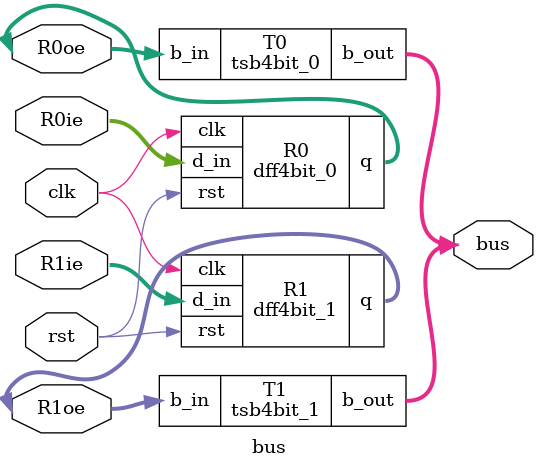
<source format=v>

module dff4bit_0 ( clk, rst, d_in, q );
  input [3:0] d_in;
  output [3:0] q;
  input clk, rst;
  wire   N6, N9, N12, N15, n15, n16, n17, n18, n19, n20, n21, n22, n23, n1;
  tri   [3:0] q;

  DFFASX1 \q_tri_enable_reg[3]  ( .D(n23), .CLK(clk), .SETB(n22), .Q(N6), .QN(
        n15) );
  DFFASX1 \q_tri_enable_reg[2]  ( .D(n21), .CLK(clk), .SETB(n22), .Q(N9), .QN(
        n16) );
  DFFASX1 \q_tri_enable_reg[1]  ( .D(n20), .CLK(clk), .SETB(n22), .Q(N12), 
        .QN(n17) );
  DFFASX1 \q_tri_enable_reg[0]  ( .D(n19), .CLK(clk), .SETB(n22), .Q(N15), 
        .QN(n18) );
  TNBUFFHX1 \q_tri[0]  ( .IN(1'b1), .ENB(n18), .Q(q[0]) );
  TNBUFFHX1 \q_tri[1]  ( .IN(1'b1), .ENB(n17), .Q(q[1]) );
  TNBUFFHX1 \q_tri[2]  ( .IN(1'b1), .ENB(n16), .Q(q[2]) );
  TNBUFFHX1 \q_tri[3]  ( .IN(1'b1), .ENB(n15), .Q(q[3]) );
  NOR2X0 U4 ( .IN1(n15), .IN2(n1), .QN(n23) );
  INVX0 U5 ( .IN(rst), .QN(n22) );
  NOR2X0 U6 ( .IN1(n16), .IN2(n1), .QN(n21) );
  NOR2X0 U7 ( .IN1(n17), .IN2(n1), .QN(n20) );
  NOR2X0 U8 ( .IN1(n18), .IN2(n1), .QN(n19) );
  OR4X1 U9 ( .IN1(d_in[1]), .IN2(d_in[0]), .IN3(d_in[3]), .IN4(d_in[2]), .Q(n1) );
endmodule


module tsb4bit_0 ( b_in, b_out );
  input [3:0] b_in;
  output [3:0] b_out;
  wire   n13;
  tri   [3:0] b_in;
  tri   [3:0] b_out;

  TNBUFFHX1 \b_out_tri[0]  ( .IN(1'b0), .ENB(n13), .Q(b_out[0]) );
  TNBUFFHX1 \b_out_tri[1]  ( .IN(1'b0), .ENB(n13), .Q(b_out[1]) );
  TNBUFFHX1 \b_out_tri[2]  ( .IN(1'b0), .ENB(n13), .Q(b_out[2]) );
  TNBUFFHX1 \b_out_tri[3]  ( .IN(1'b0), .ENB(n13), .Q(b_out[3]) );
  OR4X1 U3 ( .IN1(b_in[1]), .IN2(b_in[0]), .IN3(b_in[3]), .IN4(b_in[2]), .Q(
        n13) );
endmodule


module dff4bit_1 ( clk, rst, d_in, q );
  input [3:0] d_in;
  output [3:0] q;
  input clk, rst;
  wire   N6, N9, N12, N15, n1, n3, n4, n5, n6, n7, n8, n9, n10, n11;
  tri   [3:0] q;

  DFFASX1 \q_tri_enable_reg[3]  ( .D(n3), .CLK(clk), .SETB(n4), .Q(N6), .QN(
        n11) );
  DFFASX1 \q_tri_enable_reg[2]  ( .D(n5), .CLK(clk), .SETB(n4), .Q(N9), .QN(
        n10) );
  DFFASX1 \q_tri_enable_reg[1]  ( .D(n6), .CLK(clk), .SETB(n4), .Q(N12), .QN(
        n9) );
  DFFASX1 \q_tri_enable_reg[0]  ( .D(n7), .CLK(clk), .SETB(n4), .Q(N15), .QN(
        n8) );
  TNBUFFHX1 \q_tri[0]  ( .IN(1'b1), .ENB(n8), .Q(q[0]) );
  TNBUFFHX1 \q_tri[1]  ( .IN(1'b1), .ENB(n9), .Q(q[1]) );
  TNBUFFHX1 \q_tri[2]  ( .IN(1'b1), .ENB(n10), .Q(q[2]) );
  TNBUFFHX1 \q_tri[3]  ( .IN(1'b1), .ENB(n11), .Q(q[3]) );
  NOR2X0 U4 ( .IN1(n11), .IN2(n1), .QN(n3) );
  INVX0 U5 ( .IN(rst), .QN(n4) );
  NOR2X0 U6 ( .IN1(n10), .IN2(n1), .QN(n5) );
  NOR2X0 U7 ( .IN1(n9), .IN2(n1), .QN(n6) );
  NOR2X0 U8 ( .IN1(n8), .IN2(n1), .QN(n7) );
  OR4X1 U9 ( .IN1(d_in[1]), .IN2(d_in[0]), .IN3(d_in[3]), .IN4(d_in[2]), .Q(n1) );
endmodule


module tsb4bit_1 ( b_in, b_out );
  input [3:0] b_in;
  output [3:0] b_out;
  wire   n2;
  tri   [3:0] b_in;
  tri   [3:0] b_out;

  TNBUFFHX1 \b_out_tri[0]  ( .IN(1'b0), .ENB(n2), .Q(b_out[0]) );
  TNBUFFHX1 \b_out_tri[1]  ( .IN(1'b0), .ENB(n2), .Q(b_out[1]) );
  TNBUFFHX1 \b_out_tri[2]  ( .IN(1'b0), .ENB(n2), .Q(b_out[2]) );
  TNBUFFHX1 \b_out_tri[3]  ( .IN(1'b0), .ENB(n2), .Q(b_out[3]) );
  OR4X1 U3 ( .IN1(b_in[1]), .IN2(b_in[0]), .IN3(b_in[3]), .IN4(b_in[2]), .Q(n2) );
endmodule


module bus ( clk, rst, bus, R0oe, R1ie, R0ie, R1oe );
  output [3:0] bus;
  input [3:0] R0oe;
  input [3:0] R1ie;
  input [3:0] R0ie;
  input [3:0] R1oe;
  input clk, rst;

  tri   [3:0] bus;
  tri   [3:0] R0oe;
  tri   [3:0] R1oe;

  dff4bit_0 R0 ( .clk(clk), .rst(rst), .d_in(R0ie), .q(R0oe) );
  tsb4bit_0 T0 ( .b_in(R0oe), .b_out(bus) );
  dff4bit_1 R1 ( .clk(clk), .rst(rst), .d_in(R1ie), .q(R1oe) );
  tsb4bit_1 T1 ( .b_in(R1oe), .b_out(bus) );
endmodule


</source>
